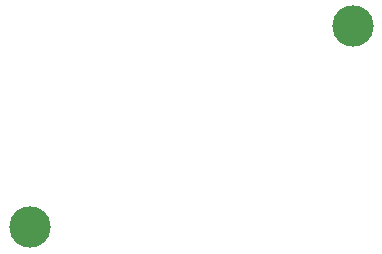
<source format=gbr>
%TF.GenerationSoftware,KiCad,Pcbnew,8.0.4+1*%
%TF.CreationDate,2024-10-13T16:33:14+00:00*%
%TF.ProjectId,nixie,6e697869-652e-46b6-9963-61645f706362,v1.1*%
%TF.SameCoordinates,Original*%
%TF.FileFunction,NonPlated,1,4,NPTH,Drill*%
%TF.FilePolarity,Positive*%
%FSLAX46Y46*%
G04 Gerber Fmt 4.6, Leading zero omitted, Abs format (unit mm)*
G04 Created by KiCad (PCBNEW 8.0.4+1) date 2024-10-13 16:33:14*
%MOMM*%
%LPD*%
G01*
G04 APERTURE LIST*
%TA.AperFunction,ComponentDrill*%
%ADD10C,3.500000*%
%TD*%
G04 APERTURE END LIST*
D10*
%TO.C,Q2*%
X94620000Y-91430000D03*
%TO.C,U4*%
X121970000Y-74400000D03*
M02*

</source>
